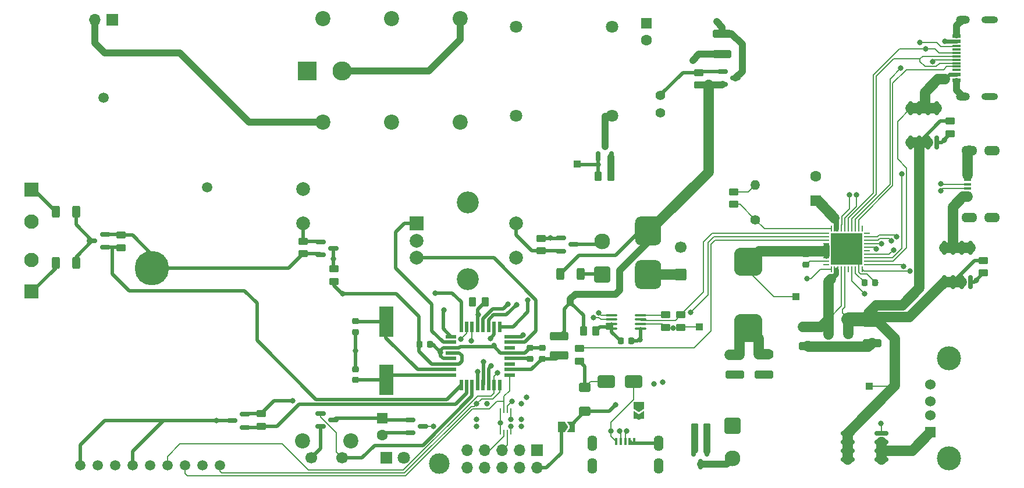
<source format=gbr>
%TF.GenerationSoftware,KiCad,Pcbnew,7.0.7-7.0.7~ubuntu22.04.1*%
%TF.CreationDate,2023-08-16T12:18:27+03:00*%
%TF.ProjectId,xray-v2,78726179-2d76-4322-9e6b-696361645f70,rev?*%
%TF.SameCoordinates,Original*%
%TF.FileFunction,Copper,L1,Top*%
%TF.FilePolarity,Positive*%
%FSLAX46Y46*%
G04 Gerber Fmt 4.6, Leading zero omitted, Abs format (unit mm)*
G04 Created by KiCad (PCBNEW 7.0.7-7.0.7~ubuntu22.04.1) date 2023-08-16 12:18:27*
%MOMM*%
%LPD*%
G01*
G04 APERTURE LIST*
G04 Aperture macros list*
%AMRoundRect*
0 Rectangle with rounded corners*
0 $1 Rounding radius*
0 $2 $3 $4 $5 $6 $7 $8 $9 X,Y pos of 4 corners*
0 Add a 4 corners polygon primitive as box body*
4,1,4,$2,$3,$4,$5,$6,$7,$8,$9,$2,$3,0*
0 Add four circle primitives for the rounded corners*
1,1,$1+$1,$2,$3*
1,1,$1+$1,$4,$5*
1,1,$1+$1,$6,$7*
1,1,$1+$1,$8,$9*
0 Add four rect primitives between the rounded corners*
20,1,$1+$1,$2,$3,$4,$5,0*
20,1,$1+$1,$4,$5,$6,$7,0*
20,1,$1+$1,$6,$7,$8,$9,0*
20,1,$1+$1,$8,$9,$2,$3,0*%
%AMFreePoly0*
4,1,6,1.000000,0.000000,0.500000,-0.750000,-0.500000,-0.750000,-0.500000,0.750000,0.500000,0.750000,1.000000,0.000000,1.000000,0.000000,$1*%
%AMFreePoly1*
4,1,6,0.500000,-0.750000,-0.650000,-0.750000,-0.150000,0.000000,-0.650000,0.750000,0.500000,0.750000,0.500000,-0.750000,0.500000,-0.750000,$1*%
G04 Aperture macros list end*
%TA.AperFunction,SMDPad,CuDef*%
%ADD10RoundRect,0.250000X0.600000X-0.400000X0.600000X0.400000X-0.600000X0.400000X-0.600000X-0.400000X0*%
%TD*%
%TA.AperFunction,SMDPad,CuDef*%
%ADD11RoundRect,0.250000X-1.000000X-0.650000X1.000000X-0.650000X1.000000X0.650000X-1.000000X0.650000X0*%
%TD*%
%TA.AperFunction,SMDPad,CuDef*%
%ADD12RoundRect,0.150000X-0.587500X-0.150000X0.587500X-0.150000X0.587500X0.150000X-0.587500X0.150000X0*%
%TD*%
%TA.AperFunction,SMDPad,CuDef*%
%ADD13RoundRect,0.250000X0.450000X-0.262500X0.450000X0.262500X-0.450000X0.262500X-0.450000X-0.262500X0*%
%TD*%
%TA.AperFunction,SMDPad,CuDef*%
%ADD14RoundRect,0.952500X-0.952500X1.167500X-0.952500X-1.167500X0.952500X-1.167500X0.952500X1.167500X0*%
%TD*%
%TA.AperFunction,SMDPad,CuDef*%
%ADD15RoundRect,0.225000X0.225000X0.250000X-0.225000X0.250000X-0.225000X-0.250000X0.225000X-0.250000X0*%
%TD*%
%TA.AperFunction,SMDPad,CuDef*%
%ADD16RoundRect,0.150000X-0.150000X0.587500X-0.150000X-0.587500X0.150000X-0.587500X0.150000X0.587500X0*%
%TD*%
%TA.AperFunction,SMDPad,CuDef*%
%ADD17RoundRect,0.225000X-0.250000X0.225000X-0.250000X-0.225000X0.250000X-0.225000X0.250000X0.225000X0*%
%TD*%
%TA.AperFunction,ComponentPad*%
%ADD18R,2.000000X2.000000*%
%TD*%
%TA.AperFunction,ComponentPad*%
%ADD19C,2.000000*%
%TD*%
%TA.AperFunction,ComponentPad*%
%ADD20C,3.200000*%
%TD*%
%TA.AperFunction,SMDPad,CuDef*%
%ADD21RoundRect,0.150000X0.587500X0.150000X-0.587500X0.150000X-0.587500X-0.150000X0.587500X-0.150000X0*%
%TD*%
%TA.AperFunction,SMDPad,CuDef*%
%ADD22FreePoly0,0.000000*%
%TD*%
%TA.AperFunction,SMDPad,CuDef*%
%ADD23FreePoly1,0.000000*%
%TD*%
%TA.AperFunction,SMDPad,CuDef*%
%ADD24RoundRect,0.100000X0.712500X0.100000X-0.712500X0.100000X-0.712500X-0.100000X0.712500X-0.100000X0*%
%TD*%
%TA.AperFunction,SMDPad,CuDef*%
%ADD25RoundRect,0.250000X-0.450000X0.262500X-0.450000X-0.262500X0.450000X-0.262500X0.450000X0.262500X0*%
%TD*%
%TA.AperFunction,ComponentPad*%
%ADD26R,1.800000X1.800000*%
%TD*%
%TA.AperFunction,ComponentPad*%
%ADD27C,1.800000*%
%TD*%
%TA.AperFunction,SMDPad,CuDef*%
%ADD28RoundRect,0.250000X-1.100000X0.325000X-1.100000X-0.325000X1.100000X-0.325000X1.100000X0.325000X0*%
%TD*%
%TA.AperFunction,SMDPad,CuDef*%
%ADD29RoundRect,1.025000X1.025000X1.025000X-1.025000X1.025000X-1.025000X-1.025000X1.025000X-1.025000X0*%
%TD*%
%TA.AperFunction,ComponentPad*%
%ADD30C,2.200000*%
%TD*%
%TA.AperFunction,ComponentPad*%
%ADD31R,1.524000X1.524000*%
%TD*%
%TA.AperFunction,ComponentPad*%
%ADD32C,1.524000*%
%TD*%
%TA.AperFunction,ComponentPad*%
%ADD33C,3.500000*%
%TD*%
%TA.AperFunction,ComponentPad*%
%ADD34C,3.000000*%
%TD*%
%TA.AperFunction,ComponentPad*%
%ADD35R,1.600000X1.600000*%
%TD*%
%TA.AperFunction,ComponentPad*%
%ADD36C,1.600000*%
%TD*%
%TA.AperFunction,SMDPad,CuDef*%
%ADD37R,1.000000X1.000000*%
%TD*%
%TA.AperFunction,SMDPad,CuDef*%
%ADD38RoundRect,0.225000X0.250000X-0.225000X0.250000X0.225000X-0.250000X0.225000X-0.250000X-0.225000X0*%
%TD*%
%TA.AperFunction,SMDPad,CuDef*%
%ADD39RoundRect,0.225000X-0.225000X-0.250000X0.225000X-0.250000X0.225000X0.250000X-0.225000X0.250000X0*%
%TD*%
%TA.AperFunction,ComponentPad*%
%ADD40RoundRect,0.250001X-0.899999X0.899999X-0.899999X-0.899999X0.899999X-0.899999X0.899999X0.899999X0*%
%TD*%
%TA.AperFunction,ComponentPad*%
%ADD41C,2.300000*%
%TD*%
%TA.AperFunction,ComponentPad*%
%ADD42C,1.500000*%
%TD*%
%TA.AperFunction,SMDPad,CuDef*%
%ADD43R,0.450000X1.050000*%
%TD*%
%TA.AperFunction,ComponentPad*%
%ADD44O,1.400000X2.300000*%
%TD*%
%TA.AperFunction,SMDPad,CuDef*%
%ADD45RoundRect,0.250000X1.075000X-0.375000X1.075000X0.375000X-1.075000X0.375000X-1.075000X-0.375000X0*%
%TD*%
%TA.AperFunction,SMDPad,CuDef*%
%ADD46RoundRect,0.150000X0.150000X-0.587500X0.150000X0.587500X-0.150000X0.587500X-0.150000X-0.587500X0*%
%TD*%
%TA.AperFunction,ComponentPad*%
%ADD47C,1.400000*%
%TD*%
%TA.AperFunction,ComponentPad*%
%ADD48RoundRect,0.250001X0.799999X-0.799999X0.799999X0.799999X-0.799999X0.799999X-0.799999X-0.799999X0*%
%TD*%
%TA.AperFunction,ComponentPad*%
%ADD49C,2.100000*%
%TD*%
%TA.AperFunction,ComponentPad*%
%ADD50C,1.700000*%
%TD*%
%TA.AperFunction,SMDPad,CuDef*%
%ADD51FreePoly0,270.000000*%
%TD*%
%TA.AperFunction,SMDPad,CuDef*%
%ADD52FreePoly1,270.000000*%
%TD*%
%TA.AperFunction,ComponentPad*%
%ADD53RoundRect,0.250000X0.600000X-0.600000X0.600000X0.600000X-0.600000X0.600000X-0.600000X-0.600000X0*%
%TD*%
%TA.AperFunction,ComponentPad*%
%ADD54R,1.700000X1.700000*%
%TD*%
%TA.AperFunction,ComponentPad*%
%ADD55O,1.700000X1.700000*%
%TD*%
%TA.AperFunction,SMDPad,CuDef*%
%ADD56RoundRect,0.250000X0.312500X0.625000X-0.312500X0.625000X-0.312500X-0.625000X0.312500X-0.625000X0*%
%TD*%
%TA.AperFunction,SMDPad,CuDef*%
%ADD57RoundRect,0.062500X-0.062500X0.350000X-0.062500X-0.350000X0.062500X-0.350000X0.062500X0.350000X0*%
%TD*%
%TA.AperFunction,SMDPad,CuDef*%
%ADD58RoundRect,0.062500X-0.350000X0.062500X-0.350000X-0.062500X0.350000X-0.062500X0.350000X0.062500X0*%
%TD*%
%TA.AperFunction,ComponentPad*%
%ADD59C,0.500000*%
%TD*%
%TA.AperFunction,SMDPad,CuDef*%
%ADD60R,4.600000X4.600000*%
%TD*%
%TA.AperFunction,SMDPad,CuDef*%
%ADD61R,1.160000X0.600000*%
%TD*%
%TA.AperFunction,SMDPad,CuDef*%
%ADD62R,1.160000X0.300000*%
%TD*%
%TA.AperFunction,ComponentPad*%
%ADD63O,2.000000X1.200000*%
%TD*%
%TA.AperFunction,ComponentPad*%
%ADD64O,2.400000X1.000000*%
%TD*%
%TA.AperFunction,SMDPad,CuDef*%
%ADD65RoundRect,0.150000X0.825000X0.150000X-0.825000X0.150000X-0.825000X-0.150000X0.825000X-0.150000X0*%
%TD*%
%TA.AperFunction,SMDPad,CuDef*%
%ADD66R,1.600000X0.550000*%
%TD*%
%TA.AperFunction,SMDPad,CuDef*%
%ADD67R,0.550000X1.600000*%
%TD*%
%TA.AperFunction,SMDPad,CuDef*%
%ADD68R,0.250000X0.750000*%
%TD*%
%TA.AperFunction,SMDPad,CuDef*%
%ADD69R,1.050000X0.450000*%
%TD*%
%TA.AperFunction,ComponentPad*%
%ADD70O,2.300000X1.400000*%
%TD*%
%TA.AperFunction,SMDPad,CuDef*%
%ADD71RoundRect,0.250000X-0.262500X-0.450000X0.262500X-0.450000X0.262500X0.450000X-0.262500X0.450000X0*%
%TD*%
%TA.AperFunction,SMDPad,CuDef*%
%ADD72RoundRect,0.250000X0.262500X0.450000X-0.262500X0.450000X-0.262500X-0.450000X0.262500X-0.450000X0*%
%TD*%
%TA.AperFunction,SMDPad,CuDef*%
%ADD73RoundRect,0.150000X0.150000X-0.825000X0.150000X0.825000X-0.150000X0.825000X-0.150000X-0.825000X0*%
%TD*%
%TA.AperFunction,ComponentPad*%
%ADD74RoundRect,0.250001X0.899999X-0.899999X0.899999X0.899999X-0.899999X0.899999X-0.899999X-0.899999X0*%
%TD*%
%TA.AperFunction,ComponentPad*%
%ADD75RoundRect,0.250001X-0.799999X0.799999X-0.799999X-0.799999X0.799999X-0.799999X0.799999X0.799999X0*%
%TD*%
%TA.AperFunction,SMDPad,CuDef*%
%ADD76R,2.000000X4.500000*%
%TD*%
%TA.AperFunction,ComponentPad*%
%ADD77O,1.400000X1.400000*%
%TD*%
%TA.AperFunction,ComponentPad*%
%ADD78C,5.000000*%
%TD*%
%TA.AperFunction,ComponentPad*%
%ADD79R,2.800000X2.800000*%
%TD*%
%TA.AperFunction,ComponentPad*%
%ADD80O,2.800000X2.800000*%
%TD*%
%TA.AperFunction,ViaPad*%
%ADD81C,0.800000*%
%TD*%
%TA.AperFunction,Conductor*%
%ADD82C,0.200000*%
%TD*%
%TA.AperFunction,Conductor*%
%ADD83C,0.500000*%
%TD*%
%TA.AperFunction,Conductor*%
%ADD84C,1.500000*%
%TD*%
%TA.AperFunction,Conductor*%
%ADD85C,1.000000*%
%TD*%
%TA.AperFunction,Conductor*%
%ADD86C,0.600000*%
%TD*%
%TA.AperFunction,Conductor*%
%ADD87C,0.780000*%
%TD*%
%TA.AperFunction,Conductor*%
%ADD88C,2.000000*%
%TD*%
%TA.AperFunction,Conductor*%
%ADD89C,0.900000*%
%TD*%
G04 APERTURE END LIST*
D10*
%TO.P,D2,1,K*%
%TO.N,CP2102_VREG*%
X183000000Y-124850000D03*
%TO.P,D2,2,A*%
%TO.N,GND*%
X183000000Y-121350000D03*
%TD*%
D11*
%TO.P,D1,1,A1*%
%TO.N,GND*%
X186100000Y-120500000D03*
%TO.P,D1,2,A2*%
%TO.N,FLUSH_VBUS*%
X190100000Y-120500000D03*
%TD*%
D12*
%TO.P,Q6,1,B*%
%TO.N,Net-(Q6-B)*%
X144562500Y-100137500D03*
%TO.P,Q6,2,E*%
%TO.N,GND*%
X144562500Y-102037500D03*
%TO.P,Q6,3,C*%
%TO.N,RADIATION_VALUE*%
X146437500Y-101087500D03*
%TD*%
D13*
%TO.P,R24,1*%
%TO.N,VREG*%
X194800000Y-112612500D03*
%TO.P,R24,2*%
%TO.N,USB_I2C_SDA*%
X194800000Y-110787500D03*
%TD*%
D14*
%TO.P,F1,1*%
%TO.N,VCC*%
X192200000Y-98540000D03*
%TO.P,F1,2*%
%TO.N,Net-(BT1-+)*%
X192200000Y-104950000D03*
%TD*%
D15*
%TO.P,C37,1*%
%TO.N,GND*%
X189775000Y-114600000D03*
%TO.P,C37,2*%
%TO.N,Net-(U8-EN)*%
X188225000Y-114600000D03*
%TD*%
D16*
%TO.P,Q14,1,G*%
%TO.N,VIBRO*%
X200750000Y-130662500D03*
%TO.P,Q14,2,S*%
%TO.N,GND*%
X198850000Y-130662500D03*
%TO.P,Q14,3,D*%
%TO.N,Net-(M1--)*%
X199800000Y-132537500D03*
%TD*%
D17*
%TO.P,C35,1*%
%TO.N,Net-(U4-XTAL1{slash}PB6)*%
X149600000Y-111725000D03*
%TO.P,C35,2*%
%TO.N,GND*%
X149600000Y-113275000D03*
%TD*%
D13*
%TO.P,R31,1*%
%TO.N,TFT_ENABLE#*%
X135900000Y-127012500D03*
%TO.P,R31,2*%
%TO.N,VCC*%
X135900000Y-125187500D03*
%TD*%
D12*
%TO.P,Q13,1,G*%
%TO.N,SPEAKER*%
X179500000Y-99600000D03*
%TO.P,Q13,2,S*%
%TO.N,GND*%
X179500000Y-101500000D03*
%TO.P,Q13,3,D*%
%TO.N,Net-(Q13-D)*%
X181375000Y-100550000D03*
%TD*%
D18*
%TO.P,SW3,A,A*%
%TO.N,ENCODER_A*%
X158500000Y-97500000D03*
D19*
%TO.P,SW3,B,B*%
%TO.N,ENCODER_B*%
X158500000Y-102500000D03*
%TO.P,SW3,C,C*%
%TO.N,GND*%
X158500000Y-100000000D03*
D20*
%TO.P,SW3,MP*%
%TO.N,N/C*%
X166000000Y-94400000D03*
X166000000Y-105600000D03*
D19*
%TO.P,SW3,S1,S1*%
%TO.N,ENCODER_CLICK*%
X173000000Y-102500000D03*
%TO.P,SW3,S2,S2*%
%TO.N,GND*%
X173000000Y-97500000D03*
%TD*%
D21*
%TO.P,Q9,1,G*%
%TO.N,FLASHLIGHT*%
X113187500Y-100950000D03*
%TO.P,Q9,2,S*%
%TO.N,GND*%
X113187500Y-99050000D03*
%TO.P,Q9,3,D*%
%TO.N,Net-(Q9-D)*%
X111312500Y-100000000D03*
%TD*%
D22*
%TO.P,JP2,1,A*%
%TO.N,+5V*%
X179575000Y-127100000D03*
D23*
%TO.P,JP2,2,B*%
%TO.N,CP2102_VREG*%
X181025000Y-127100000D03*
%TD*%
D17*
%TO.P,C26,1*%
%TO.N,USB_VMID*%
X221500000Y-113725000D03*
%TO.P,C26,2*%
%TO.N,GND*%
X221500000Y-115275000D03*
%TD*%
D24*
%TO.P,U8,1,GND*%
%TO.N,GND*%
X191112500Y-112775000D03*
%TO.P,U8,2,VREF1*%
%TO.N,VREG*%
X191112500Y-112125000D03*
%TO.P,U8,3,SCL1*%
%TO.N,USB_I2C_SCL*%
X191112500Y-111475000D03*
%TO.P,U8,4,SDA1*%
%TO.N,USB_I2C_SDA*%
X191112500Y-110825000D03*
%TO.P,U8,5,SDA2*%
%TO.N,MCU_I2C_SDA*%
X186887500Y-110825000D03*
%TO.P,U8,6,SCL2*%
%TO.N,MCU_I2C_SCL*%
X186887500Y-111475000D03*
%TO.P,U8,7,VREF2*%
%TO.N,Net-(U8-EN)*%
X186887500Y-112125000D03*
%TO.P,U8,8,EN*%
X186887500Y-112775000D03*
%TD*%
D25*
%TO.P,R1,1*%
%TO.N,Net-(JP1-B)*%
X199600000Y-75512500D03*
%TO.P,R1,2*%
%TO.N,VCC*%
X199600000Y-77337500D03*
%TD*%
D26*
%TO.P,D8,1,K*%
%TO.N,Net-(D8-K)*%
X154125000Y-131600000D03*
D27*
%TO.P,D8,2,A*%
%TO.N,Net-(D8-A)*%
X156665000Y-131600000D03*
%TD*%
D28*
%TO.P,C3,1*%
%TO.N,Net-(Q1-D)*%
X203000000Y-69850000D03*
%TO.P,C3,2*%
%TO.N,GND*%
X203000000Y-72800000D03*
%TD*%
D29*
%TO.P,L1,1,1*%
%TO.N,VCC*%
X206800000Y-112700000D03*
%TO.P,L1,2,2*%
%TO.N,Net-(U3-LX_1)*%
X206800000Y-103100000D03*
%TD*%
D30*
%TO.P,C12,1*%
%TO.N,Net-(D3-A)*%
X164900000Y-82700000D03*
%TO.P,C12,2*%
%TO.N,Net-(D4-K)*%
X164900000Y-67700000D03*
%TD*%
D27*
%TO.P,T1,1,AA*%
%TO.N,Net-(T1-AA)*%
X187000000Y-68825000D03*
%TO.P,T1,2,AB*%
%TO.N,Net-(Q5-D)*%
X187000000Y-81825000D03*
%TO.P,T1,3,SA*%
%TO.N,GND*%
X173000000Y-81825000D03*
%TO.P,T1,4,SB*%
%TO.N,Net-(D3-A)*%
X173000000Y-68825000D03*
%TD*%
D13*
%TO.P,R33,1*%
%TO.N,GND*%
X176607500Y-101462500D03*
%TO.P,R33,2*%
%TO.N,SPEAKER*%
X176607500Y-99637500D03*
%TD*%
D25*
%TO.P,R28,1*%
%TO.N,GND*%
X115500000Y-99175000D03*
%TO.P,R28,2*%
%TO.N,FLASHLIGHT*%
X115500000Y-101000000D03*
%TD*%
D13*
%TO.P,R23,1*%
%TO.N,VREG*%
X197000000Y-112612500D03*
%TO.P,R23,2*%
%TO.N,USB_I2C_SCL*%
X197000000Y-110787500D03*
%TD*%
D31*
%TO.P,J3,1,VBUS*%
%TO.N,USB_OUT_VBUS*%
X233272500Y-127900000D03*
D32*
%TO.P,J3,2,D-*%
%TO.N,USB_OUT_D-*%
X233272500Y-125400000D03*
%TO.P,J3,3,D+*%
%TO.N,USB_OUT_D+*%
X233272500Y-123400000D03*
%TO.P,J3,4,GND*%
%TO.N,GND*%
X233272500Y-120900000D03*
D33*
%TO.P,J3,5,Shield*%
X235982500Y-131650000D03*
X235982500Y-117150000D03*
%TD*%
D34*
%TO.P,TP1,1,1*%
%TO.N,GND*%
X161800000Y-132400000D03*
%TD*%
D28*
%TO.P,C16,1*%
%TO.N,USB_VSYS*%
X215500000Y-112425000D03*
%TO.P,C16,2*%
%TO.N,GND*%
X215500000Y-115375000D03*
%TD*%
D35*
%TO.P,C42,1*%
%TO.N,Net-(Q10-G)*%
X153500000Y-125794888D03*
D36*
%TO.P,C42,2*%
%TO.N,GND*%
X153500000Y-128294888D03*
%TD*%
D37*
%TO.P,TP2,1,1*%
%TO.N,UV_PWM*%
X181900000Y-88800000D03*
%TD*%
D38*
%TO.P,C31,1*%
%TO.N,Net-(U4-AREF)*%
X175000000Y-117175000D03*
%TO.P,C31,2*%
%TO.N,GND*%
X175000000Y-115625000D03*
%TD*%
D39*
%TO.P,C30,1*%
%TO.N,VCC*%
X223725000Y-106100000D03*
%TO.P,C30,2*%
%TO.N,GND*%
X225275000Y-106100000D03*
%TD*%
D37*
%TO.P,TP5,1,1*%
%TO.N,USB_VMID*%
X224400000Y-121200000D03*
%TD*%
D13*
%TO.P,R3,1*%
%TO.N,USB_IN_VBUS_G*%
X236200000Y-84412500D03*
%TO.P,R3,2*%
%TO.N,USB_VMID*%
X236200000Y-82587500D03*
%TD*%
%TO.P,R2,1*%
%TO.N,USB_M_IN_VBUS_G*%
X241025000Y-104692500D03*
%TO.P,R2,2*%
%TO.N,USB_VMID*%
X241025000Y-102867500D03*
%TD*%
D17*
%TO.P,C24,1*%
%TO.N,USB_VSYS*%
X218500000Y-113725000D03*
%TO.P,C24,2*%
%TO.N,GND*%
X218500000Y-115275000D03*
%TD*%
D12*
%TO.P,Q1,1,G*%
%TO.N,Net-(JP1-B)*%
X203062500Y-75375000D03*
%TO.P,Q1,2,S*%
%TO.N,VCC*%
X203062500Y-77275000D03*
%TO.P,Q1,3,D*%
%TO.N,Net-(Q1-D)*%
X204937500Y-76325000D03*
%TD*%
D13*
%TO.P,R19,1*%
%TO.N,GND*%
X142000000Y-101912500D03*
%TO.P,R19,2*%
%TO.N,Net-(Q6-B)*%
X142000000Y-100087500D03*
%TD*%
D21*
%TO.P,Q11,1,G*%
%TO.N,TFT_ENABLE#*%
X133537500Y-127150000D03*
%TO.P,Q11,2,S*%
%TO.N,VCC*%
X133537500Y-125250000D03*
%TO.P,Q11,3,D*%
%TO.N,Net-(Q11-D)*%
X131662500Y-126200000D03*
%TD*%
D40*
%TO.P,M1,1,+*%
%TO.N,VCC*%
X204500000Y-126900000D03*
D41*
%TO.P,M1,2,-*%
%TO.N,Net-(M1--)*%
X204500000Y-131700000D03*
%TD*%
D35*
%TO.P,C11,1*%
%TO.N,USB_VSYS*%
X216600000Y-94152651D03*
D36*
%TO.P,C11,2*%
%TO.N,GND*%
X216600000Y-90652651D03*
%TD*%
D42*
%TO.P,U9,1,VCC*%
%TO.N,Net-(Q11-D)*%
X109600000Y-132700000D03*
%TO.P,U9,2,GND*%
%TO.N,GND*%
X112140000Y-132700000D03*
%TO.P,U9,3,CS*%
X114680000Y-132700000D03*
%TO.P,U9,4,RESET#*%
%TO.N,Net-(Q11-D)*%
X117220000Y-132700000D03*
%TO.P,U9,5,DC*%
%TO.N,TFT_DC*%
X119760000Y-132700000D03*
%TO.P,U9,6,MOSI*%
%TO.N,MOSI*%
X122300000Y-132700000D03*
%TO.P,U9,7,SCK*%
%TO.N,SCK*%
X124840000Y-132700000D03*
%TO.P,U9,8,LED*%
%TO.N,Net-(Q11-D)*%
X127380000Y-132700000D03*
%TO.P,U9,9,MISO*%
%TO.N,MISO*%
X129920000Y-132700000D03*
%TD*%
D43*
%TO.P,J1,1,VBUS*%
%TO.N,FLUSH_VBUS*%
X187600497Y-129220000D03*
%TO.P,J1,2,D-*%
%TO.N,FLUSH_D-*%
X188250497Y-129220000D03*
%TO.P,J1,3,D+*%
%TO.N,FLUSH_D+*%
X188900497Y-129220000D03*
%TO.P,J1,4,ID*%
%TO.N,GND*%
X189550497Y-129220000D03*
%TO.P,J1,5,GND*%
X190200497Y-129220000D03*
D44*
%TO.P,J1,6,Shield*%
X184050497Y-129445000D03*
X184050497Y-132745000D03*
X193750497Y-129445000D03*
X193750497Y-132745000D03*
%TD*%
D25*
%TO.P,R20,1*%
%TO.N,RADIATION_VALUE*%
X146500000Y-104087500D03*
%TO.P,R20,2*%
%TO.N,VCC*%
X146500000Y-105912500D03*
%TD*%
D45*
%TO.P,L2,1,1*%
%TO.N,Net-(U4-AVCC)*%
X179300000Y-116700000D03*
%TO.P,L2,2,2*%
%TO.N,VCC*%
X179300000Y-113900000D03*
%TD*%
D12*
%TO.P,Q10,1,G*%
%TO.N,Net-(Q10-G)*%
X157562500Y-126050000D03*
%TO.P,Q10,2,S*%
%TO.N,GND*%
X157562500Y-127950000D03*
%TO.P,Q10,3,D*%
%TO.N,RESET*%
X159437500Y-127000000D03*
%TD*%
D39*
%TO.P,C32,1*%
%TO.N,VCC*%
X158925000Y-115100000D03*
%TO.P,C32,2*%
%TO.N,GND*%
X160475000Y-115100000D03*
%TD*%
D30*
%TO.P,C14,1*%
%TO.N,Net-(D3-K)*%
X154900000Y-67700000D03*
%TO.P,C14,2*%
%TO.N,GND*%
X154900000Y-82700000D03*
%TD*%
D37*
%TO.P,TP4,1,1*%
%TO.N,VREG*%
X199700000Y-112500000D03*
%TD*%
D46*
%TO.P,Q5,1,G*%
%TO.N,UV_PWM*%
X184962500Y-87737500D03*
%TO.P,Q5,2,S*%
%TO.N,GND*%
X186862500Y-87737500D03*
%TO.P,Q5,3,D*%
%TO.N,Net-(Q5-D)*%
X185912500Y-85862500D03*
%TD*%
D47*
%TO.P,JP1,1,A*%
%TO.N,UV_ENABLE#*%
X194000000Y-81350000D03*
%TO.P,JP1,2,B*%
%TO.N,Net-(JP1-B)*%
X194000000Y-78810000D03*
%TD*%
D48*
%TO.P,D7,1,K*%
%TO.N,Net-(D7-K)*%
X102500000Y-107400000D03*
D49*
%TO.P,D7,2,A*%
%TO.N,VCC*%
X102500000Y-102800000D03*
%TD*%
D30*
%TO.P,SW2,*%
%TO.N,*%
X148950000Y-129100000D03*
X141950000Y-129100000D03*
D50*
%TO.P,SW2,1*%
%TO.N,WAKEUP_BUTTON*%
X147700000Y-131600000D03*
%TO.P,SW2,2*%
%TO.N,GND*%
X143200000Y-131600000D03*
%TD*%
D38*
%TO.P,C36,1*%
%TO.N,Net-(U4-XTAL2{slash}PB7)*%
X149600000Y-120275000D03*
%TO.P,C36,2*%
%TO.N,GND*%
X149600000Y-118725000D03*
%TD*%
D51*
%TO.P,JP3,1,A*%
%TO.N,Net-(JP3-A)*%
X190900000Y-123975000D03*
D52*
%TO.P,JP3,2,B*%
%TO.N,RESET*%
X190900000Y-125425000D03*
%TD*%
D53*
%TO.P,BT1,1,+*%
%TO.N,Net-(BT1-+)*%
X197000000Y-104900000D03*
D50*
%TO.P,BT1,2,-*%
%TO.N,GND*%
X197000000Y-100900000D03*
%TD*%
D13*
%TO.P,R8,1*%
%TO.N,Net-(U3-NTC)*%
X204700000Y-94712500D03*
%TO.P,R8,2*%
%TO.N,GND*%
X204700000Y-92887500D03*
%TD*%
D30*
%TO.P,C17,1*%
%TO.N,GND*%
X144900000Y-82700000D03*
%TO.P,C17,2*%
%TO.N,Net-(D5-K)*%
X144900000Y-67700000D03*
%TD*%
D28*
%TO.P,C20,1*%
%TO.N,VCC*%
X209050000Y-116525000D03*
%TO.P,C20,2*%
%TO.N,GND*%
X209050000Y-119475000D03*
%TD*%
D54*
%TO.P,J5,1,Pin_1*%
%TO.N,Net-(J5-Pin_1)*%
X176075000Y-130525000D03*
D55*
%TO.P,J5,2,Pin_2*%
%TO.N,+5V*%
X176075000Y-133065000D03*
%TO.P,J5,3,Pin_3*%
%TO.N,unconnected-(J5-Pin_3-Pad3)*%
X173535000Y-130525000D03*
%TO.P,J5,4,Pin_4*%
%TO.N,RXD_V*%
X173535000Y-133065000D03*
%TO.P,J5,5,Pin_5*%
%TO.N,Net-(J5-Pin_5)*%
X170995000Y-130525000D03*
%TO.P,J5,6,Pin_6*%
%TO.N,TXD_V*%
X170995000Y-133065000D03*
%TO.P,J5,7,Pin_7*%
%TO.N,Net-(J5-Pin_7)*%
X168455000Y-130525000D03*
%TO.P,J5,8,Pin_8*%
%TO.N,GND*%
X168455000Y-133065000D03*
%TO.P,J5,9,Pin_9*%
%TO.N,Net-(J5-Pin_9)*%
X165915000Y-130525000D03*
%TO.P,J5,10,Pin_10*%
%TO.N,GND*%
X165915000Y-133065000D03*
%TD*%
D56*
%TO.P,R16,1*%
%TO.N,USB_VMID*%
X221362500Y-111400000D03*
%TO.P,R16,2*%
%TO.N,USB_VSYS*%
X218437500Y-111400000D03*
%TD*%
%TO.P,R30,1*%
%TO.N,Net-(Q9-D)*%
X108962500Y-103250000D03*
%TO.P,R30,2*%
%TO.N,Net-(D7-K)*%
X106037500Y-103250000D03*
%TD*%
D38*
%TO.P,C19,1*%
%TO.N,Net-(U3-BST)*%
X215200000Y-103475000D03*
%TO.P,C19,2*%
%TO.N,Net-(U3-LX_1)*%
X215200000Y-101925000D03*
%TD*%
D57*
%TO.P,U3,1,DPA2*%
%TO.N,unconnected-(U3-DPA2-Pad1)*%
X223350000Y-98262500D03*
%TO.P,U3,2,CC1*%
%TO.N,USB_IN_CC1*%
X222850000Y-98262500D03*
%TO.P,U3,3,CC2*%
%TO.N,USB_IN_CC2*%
X222350000Y-98262500D03*
%TO.P,U3,4,DMC*%
%TO.N,USB_IN_D-*%
X221850000Y-98262500D03*
%TO.P,U3,5,DPC*%
%TO.N,USB_IN_D+*%
X221350000Y-98262500D03*
%TO.P,U3,6,DMB*%
%TO.N,USB_M_IN_D-*%
X220850000Y-98262500D03*
%TO.P,U3,7,DPB*%
%TO.N,USB_M_IN_D+*%
X220350000Y-98262500D03*
%TO.P,U3,8,VSYS_1*%
%TO.N,USB_VSYS*%
X219850000Y-98262500D03*
%TO.P,U3,9,VSYS_2*%
X219350000Y-98262500D03*
%TO.P,U3,10,NTC*%
%TO.N,Net-(U3-NTC)*%
X218850000Y-98262500D03*
D58*
%TO.P,U3,11,L1*%
%TO.N,USB_I2C_SCL*%
X218162500Y-98950000D03*
%TO.P,U3,12,L2*%
%TO.N,USB_I2C_SDA*%
X218162500Y-99450000D03*
%TO.P,U3,13,L3*%
%TO.N,USB_INT*%
X218162500Y-99950000D03*
%TO.P,U3,14,LX_1*%
%TO.N,Net-(U3-LX_1)*%
X218162500Y-100450000D03*
%TO.P,U3,15,LX_2*%
X218162500Y-100950000D03*
%TO.P,U3,16,LX_3*%
X218162500Y-101450000D03*
%TO.P,U3,17,LX_4*%
X218162500Y-101950000D03*
%TO.P,U3,18,LX_5*%
X218162500Y-102450000D03*
%TO.P,U3,19,BST*%
%TO.N,Net-(U3-BST)*%
X218162500Y-102950000D03*
%TO.P,U3,20,LIGHT*%
%TO.N,unconnected-(U3-LIGHT-Pad20)*%
X218162500Y-103450000D03*
D57*
%TO.P,U3,21,RSET*%
%TO.N,Net-(U3-RSET)*%
X218850000Y-104137500D03*
%TO.P,U3,22,VSYS_3*%
%TO.N,USB_VSYS*%
X219350000Y-104137500D03*
%TO.P,U3,23,VSYS_4*%
X219850000Y-104137500D03*
%TO.P,U3,24,VSP*%
X220350000Y-104137500D03*
%TO.P,U3,25,VSN*%
%TO.N,USB_VMID*%
X220850000Y-104137500D03*
%TO.P,U3,26,KEY*%
%TO.N,unconnected-(U3-KEY-Pad26)*%
X221350000Y-104137500D03*
%TO.P,U3,27,VREG*%
%TO.N,VREG*%
X221850000Y-104137500D03*
%TO.P,U3,28,BAT*%
%TO.N,VCC*%
X222350000Y-104137500D03*
%TO.P,U3,29,AGND*%
%TO.N,GND*%
X222850000Y-104137500D03*
%TO.P,U3,30,VIN*%
%TO.N,USB_M_IN_VBUS*%
X223350000Y-104137500D03*
D58*
%TO.P,U3,31,VING*%
%TO.N,USB_M_IN_VBUS_G*%
X224037500Y-103450000D03*
%TO.P,U3,32,VBUS*%
%TO.N,USB_IN_VBUS*%
X224037500Y-102950000D03*
%TO.P,U3,33,VBUSG*%
%TO.N,USB_IN_VBUS_G*%
X224037500Y-102450000D03*
%TO.P,U3,34,VOUT2*%
%TO.N,USB_OUT_VOUT2*%
X224037500Y-101950000D03*
%TO.P,U3,35,VOUT2G*%
%TO.N,unconnected-(U3-VOUT2G-Pad35)*%
X224037500Y-101450000D03*
%TO.P,U3,36,VOUT1G*%
%TO.N,USB_OUT_VBUS_G*%
X224037500Y-100950000D03*
%TO.P,U3,37,VOUT1*%
%TO.N,USB_OUT_VBUS*%
X224037500Y-100450000D03*
%TO.P,U3,38,DMA1*%
%TO.N,USB_OUT_D-*%
X224037500Y-99950000D03*
%TO.P,U3,39,DPA1*%
%TO.N,USB_OUT_D+*%
X224037500Y-99450000D03*
%TO.P,U3,40,DMA2*%
%TO.N,unconnected-(U3-DMA2-Pad40)*%
X224037500Y-98950000D03*
D59*
%TO.P,U3,41,EP*%
%TO.N,GND*%
X223150000Y-99150000D03*
X222125000Y-99150000D03*
X221100000Y-99150000D03*
X220075000Y-99150000D03*
X219050000Y-99150000D03*
X223150000Y-100175000D03*
X222125000Y-100175000D03*
X221100000Y-100175000D03*
X220075000Y-100175000D03*
X219050000Y-100175000D03*
X223150000Y-101200000D03*
X222125000Y-101200000D03*
X221100000Y-101200000D03*
D60*
X221100000Y-101200000D03*
D59*
X220075000Y-101200000D03*
X219050000Y-101200000D03*
X223150000Y-102225000D03*
X222125000Y-102225000D03*
X221100000Y-102225000D03*
X220075000Y-102225000D03*
X219050000Y-102225000D03*
X223150000Y-103250000D03*
X222125000Y-103250000D03*
X221100000Y-103250000D03*
X220075000Y-103250000D03*
X219050000Y-103250000D03*
%TD*%
D61*
%TO.P,J4,A1,GND*%
%TO.N,GND*%
X237110000Y-76600000D03*
%TO.P,J4,A4,VBUS*%
%TO.N,USB_IN_VBUS*%
X237110000Y-75800000D03*
D62*
%TO.P,J4,A5,CC1*%
%TO.N,USB_IN_CC1*%
X237110000Y-74650000D03*
%TO.P,J4,A6,D+*%
%TO.N,USB_IN_D+*%
X237110000Y-73650000D03*
%TO.P,J4,A7,D-*%
%TO.N,USB_IN_D-*%
X237110000Y-73150000D03*
%TO.P,J4,A8,SBU1*%
%TO.N,unconnected-(J4-SBU1-PadA8)*%
X237110000Y-72150000D03*
D61*
%TO.P,J4,A9,VBUS*%
%TO.N,USB_IN_VBUS*%
X237110000Y-71000000D03*
%TO.P,J4,A12,GND*%
%TO.N,GND*%
X237110000Y-70200000D03*
%TO.P,J4,B1,GND*%
X237110000Y-70200000D03*
%TO.P,J4,B4,VBUS*%
%TO.N,USB_IN_VBUS*%
X237110000Y-71000000D03*
D62*
%TO.P,J4,B5,CC2*%
%TO.N,USB_IN_CC2*%
X237110000Y-71650000D03*
%TO.P,J4,B6,D+*%
%TO.N,USB_IN_D+*%
X237110000Y-72650000D03*
%TO.P,J4,B7,D-*%
%TO.N,USB_IN_D-*%
X237110000Y-74150000D03*
%TO.P,J4,B8,SBU2*%
%TO.N,unconnected-(J4-SBU2-PadB8)*%
X237110000Y-75150000D03*
D61*
%TO.P,J4,B9,VBUS*%
%TO.N,USB_IN_VBUS*%
X237110000Y-75800000D03*
%TO.P,J4,B12,GND*%
%TO.N,GND*%
X237110000Y-76600000D03*
D63*
%TO.P,J4,S1,SHIELD*%
X237995000Y-79000000D03*
D64*
X241920000Y-79000000D03*
D63*
X237995000Y-67800000D03*
D64*
X241920000Y-67800000D03*
%TD*%
D65*
%TO.P,Q2,1,S*%
%TO.N,USB_OUT_VBUS*%
X226175000Y-131805000D03*
%TO.P,Q2,2,S*%
X226175000Y-130535000D03*
%TO.P,Q2,3,S*%
X226175000Y-129265000D03*
%TO.P,Q2,4,G*%
%TO.N,USB_OUT_VBUS_G*%
X226175000Y-127995000D03*
%TO.P,Q2,5,D*%
%TO.N,USB_VMID*%
X221225000Y-127995000D03*
%TO.P,Q2,6,D*%
X221225000Y-129265000D03*
%TO.P,Q2,7,D*%
X221225000Y-130535000D03*
%TO.P,Q2,8,D*%
X221225000Y-131805000D03*
%TD*%
D35*
%TO.P,C6,1*%
%TO.N,Net-(T1-AA)*%
X192000000Y-68325000D03*
D36*
%TO.P,C6,2*%
%TO.N,GND*%
X192000000Y-70825000D03*
%TD*%
D56*
%TO.P,R32,1*%
%TO.N,Net-(LS1-Pad1)*%
X182362500Y-104800000D03*
%TO.P,R32,2*%
%TO.N,VCC*%
X179437500Y-104800000D03*
%TD*%
D12*
%TO.P,Q8,1,G*%
%TO.N,WAKEUP_BUTTON*%
X144562500Y-125150000D03*
%TO.P,Q8,2,S*%
%TO.N,GND*%
X144562500Y-127050000D03*
%TO.P,Q8,3,D*%
%TO.N,Net-(Q10-G)*%
X146437500Y-126100000D03*
%TD*%
D66*
%TO.P,U4,1,PD3*%
%TO.N,SPEAKER*%
X163550000Y-113950000D03*
%TO.P,U4,2,PD4*%
%TO.N,ENCODER_A*%
X163550000Y-114750000D03*
%TO.P,U4,3,GND*%
%TO.N,GND*%
X163550000Y-115550000D03*
%TO.P,U4,4,VCC*%
%TO.N,VCC*%
X163550000Y-116350000D03*
%TO.P,U4,5,GND*%
%TO.N,GND*%
X163550000Y-117150000D03*
%TO.P,U4,6,VCC*%
%TO.N,VCC*%
X163550000Y-117950000D03*
%TO.P,U4,7,XTAL1/PB6*%
%TO.N,Net-(U4-XTAL1{slash}PB6)*%
X163550000Y-118750000D03*
%TO.P,U4,8,XTAL2/PB7*%
%TO.N,Net-(U4-XTAL2{slash}PB7)*%
X163550000Y-119550000D03*
D67*
%TO.P,U4,9,PD5*%
%TO.N,FLASHLIGHT*%
X165000000Y-121000000D03*
%TO.P,U4,10,PD6*%
%TO.N,TFT_ENABLE#*%
X165800000Y-121000000D03*
%TO.P,U4,11,PD7*%
%TO.N,WAKEUP_BUTTON*%
X166600000Y-121000000D03*
%TO.P,U4,12,PB0*%
%TO.N,ENCODER_CLICK*%
X167400000Y-121000000D03*
%TO.P,U4,13,PB1*%
%TO.N,USB_INT*%
X168200000Y-121000000D03*
%TO.P,U4,14,PB2*%
%TO.N,UV_PWM*%
X169000000Y-121000000D03*
%TO.P,U4,15,PB3*%
%TO.N,MOSI*%
X169800000Y-121000000D03*
%TO.P,U4,16,PB4*%
%TO.N,MISO*%
X170600000Y-121000000D03*
D66*
%TO.P,U4,17,PB5*%
%TO.N,SCK*%
X172050000Y-119550000D03*
%TO.P,U4,18,AVCC*%
%TO.N,Net-(U4-AVCC)*%
X172050000Y-118750000D03*
%TO.P,U4,19,ADC6*%
%TO.N,unconnected-(U4-ADC6-Pad19)*%
X172050000Y-117950000D03*
%TO.P,U4,20,AREF*%
%TO.N,Net-(U4-AREF)*%
X172050000Y-117150000D03*
%TO.P,U4,21,GND*%
%TO.N,GND*%
X172050000Y-116350000D03*
%TO.P,U4,22,ADC7*%
%TO.N,unconnected-(U4-ADC7-Pad22)*%
X172050000Y-115550000D03*
%TO.P,U4,23,PC0*%
%TO.N,ENCODER_B*%
X172050000Y-114750000D03*
%TO.P,U4,24,PC1*%
%TO.N,VIBRO*%
X172050000Y-113950000D03*
D67*
%TO.P,U4,25,PC2*%
%TO.N,UV_ENABLE#*%
X170600000Y-112500000D03*
%TO.P,U4,26,PC3*%
%TO.N,TFT_DC*%
X169800000Y-112500000D03*
%TO.P,U4,27,PC4*%
%TO.N,MCU_I2C_SDA*%
X169000000Y-112500000D03*
%TO.P,U4,28,PC5*%
%TO.N,MCU_I2C_SCL*%
X168200000Y-112500000D03*
%TO.P,U4,29,~{RESET}/PC6*%
%TO.N,RESET*%
X167400000Y-112500000D03*
%TO.P,U4,30,PD0*%
%TO.N,RXD*%
X166600000Y-112500000D03*
%TO.P,U4,31,PD1*%
%TO.N,TXD*%
X165800000Y-112500000D03*
%TO.P,U4,32,PD2*%
%TO.N,RADIATION_VALUE*%
X165000000Y-112500000D03*
%TD*%
D68*
%TO.P,U6,1,VCCA*%
%TO.N,VCC*%
X172250000Y-124750000D03*
%TO.P,U6,2,A1*%
%TO.N,RESET*%
X171750000Y-124750000D03*
%TO.P,U6,3,A2*%
%TO.N,SCK*%
X171250000Y-124750000D03*
%TO.P,U6,4,GND*%
%TO.N,GND*%
X170750000Y-124750000D03*
%TO.P,U6,5,DIR*%
X170750000Y-127850000D03*
%TO.P,U6,6,B2*%
%TO.N,Net-(J5-Pin_7)*%
X171250000Y-127850000D03*
%TO.P,U6,7,B1*%
%TO.N,Net-(J5-Pin_5)*%
X171750000Y-127850000D03*
%TO.P,U6,8,VCCB*%
%TO.N,+5V*%
X172250000Y-127850000D03*
%TD*%
D69*
%TO.P,J2,1,VBUS*%
%TO.N,USB_M_IN_VBUS*%
X238740000Y-93075000D03*
%TO.P,J2,2,D-*%
%TO.N,USB_M_IN_D-*%
X238740000Y-92425000D03*
%TO.P,J2,3,D+*%
%TO.N,USB_M_IN_D+*%
X238740000Y-91775000D03*
%TO.P,J2,4,ID*%
%TO.N,GND*%
X238740000Y-91125000D03*
%TO.P,J2,5,GND*%
X238740000Y-90475000D03*
D70*
%TO.P,J2,6,Shield*%
X238965000Y-96625000D03*
X242265000Y-96625000D03*
X238965000Y-86925000D03*
X242265000Y-86925000D03*
%TD*%
D71*
%TO.P,R34,1*%
%TO.N,GND*%
X198987500Y-127270000D03*
%TO.P,R34,2*%
%TO.N,VIBRO*%
X200812500Y-127270000D03*
%TD*%
D72*
%TO.P,R5,1*%
%TO.N,GND*%
X186800000Y-90610000D03*
%TO.P,R5,2*%
%TO.N,UV_PWM*%
X184975000Y-90610000D03*
%TD*%
D71*
%TO.P,R25,1*%
%TO.N,VCC*%
X182787500Y-113100000D03*
%TO.P,R25,2*%
%TO.N,Net-(U8-EN)*%
X184612500Y-113100000D03*
%TD*%
D73*
%TO.P,Q4,1,S*%
%TO.N,USB_VMID*%
X230395000Y-85675000D03*
%TO.P,Q4,2,S*%
X231665000Y-85675000D03*
%TO.P,Q4,3,S*%
X232935000Y-85675000D03*
%TO.P,Q4,4,G*%
%TO.N,USB_IN_VBUS_G*%
X234205000Y-85675000D03*
%TO.P,Q4,5,D*%
%TO.N,USB_IN_VBUS*%
X234205000Y-80725000D03*
%TO.P,Q4,6,D*%
X232935000Y-80725000D03*
%TO.P,Q4,7,D*%
X231665000Y-80725000D03*
%TO.P,Q4,8,D*%
X230395000Y-80725000D03*
%TD*%
D28*
%TO.P,C28,1*%
%TO.N,USB_VMID*%
X224800000Y-111925000D03*
%TO.P,C28,2*%
%TO.N,GND*%
X224800000Y-114875000D03*
%TD*%
D19*
%TO.P,C27,1*%
%TO.N,Net-(V1-C)*%
X142000000Y-92500000D03*
%TO.P,C27,2*%
%TO.N,Net-(Q6-B)*%
X142000000Y-97500000D03*
%TD*%
D28*
%TO.P,C21,1*%
%TO.N,VCC*%
X204800000Y-116525000D03*
%TO.P,C21,2*%
%TO.N,GND*%
X204800000Y-119475000D03*
%TD*%
D38*
%TO.P,C33,1*%
%TO.N,Net-(U4-AVCC)*%
X176800000Y-117175000D03*
%TO.P,C33,2*%
%TO.N,GND*%
X176800000Y-115625000D03*
%TD*%
D74*
%TO.P,LS1,1,1*%
%TO.N,Net-(LS1-Pad1)*%
X185500000Y-104900000D03*
D41*
%TO.P,LS1,2,2*%
%TO.N,Net-(Q13-D)*%
X185500000Y-100100000D03*
%TD*%
D75*
%TO.P,D6,1,K*%
%TO.N,Net-(D6-K)*%
X102500000Y-92600000D03*
D49*
%TO.P,D6,2,A*%
%TO.N,VCC*%
X102500000Y-97200000D03*
%TD*%
D25*
%TO.P,R21,1*%
%TO.N,USB_INT*%
X182200000Y-115687500D03*
%TO.P,R21,2*%
%TO.N,GND*%
X182200000Y-117512500D03*
%TD*%
D56*
%TO.P,R29,1*%
%TO.N,Net-(Q9-D)*%
X108962500Y-95750000D03*
%TO.P,R29,2*%
%TO.N,Net-(D6-K)*%
X106037500Y-95750000D03*
%TD*%
D73*
%TO.P,Q3,1,S*%
%TO.N,USB_VMID*%
X235295000Y-106000000D03*
%TO.P,Q3,2,S*%
X236565000Y-106000000D03*
%TO.P,Q3,3,S*%
X237835000Y-106000000D03*
%TO.P,Q3,4,G*%
%TO.N,USB_M_IN_VBUS_G*%
X239105000Y-106000000D03*
%TO.P,Q3,5,D*%
%TO.N,USB_M_IN_VBUS*%
X239105000Y-101050000D03*
%TO.P,Q3,6,D*%
X237835000Y-101050000D03*
%TO.P,Q3,7,D*%
X236565000Y-101050000D03*
%TO.P,Q3,8,D*%
X235295000Y-101050000D03*
%TD*%
D72*
%TO.P,R22,1*%
%TO.N,RESET*%
X168512500Y-108900000D03*
%TO.P,R22,2*%
%TO.N,VCC*%
X166687500Y-108900000D03*
%TD*%
D76*
%TO.P,Y1,1,1*%
%TO.N,Net-(U4-XTAL2{slash}PB7)*%
X154100000Y-120250000D03*
%TO.P,Y1,2,2*%
%TO.N,Net-(U4-XTAL1{slash}PB6)*%
X154100000Y-111750000D03*
%TD*%
D37*
%TO.P,TP3,1,1*%
%TO.N,Net-(U3-LX_1)*%
X213700000Y-108100000D03*
%TD*%
D54*
%TO.P,SW1,1,1*%
%TO.N,Net-(R10-Pad1)*%
X114200000Y-67875000D03*
D55*
%TO.P,SW1,2,2*%
%TO.N,GND*%
X111660000Y-67875000D03*
%TD*%
D47*
%TO.P,R9,1*%
%TO.N,Net-(U3-NTC)*%
X207800000Y-96940000D03*
D77*
%TO.P,R9,2*%
%TO.N,GND*%
X207800000Y-91860000D03*
%TD*%
D42*
%TO.P,V1,1,A*%
%TO.N,Net-(V1-A)*%
X113000000Y-79200000D03*
%TO.P,V1,2,C*%
%TO.N,Net-(V1-C)*%
X128000000Y-92200000D03*
D78*
%TO.P,V1,3,S*%
%TO.N,GND*%
X120000000Y-104000000D03*
%TD*%
D79*
%TO.P,D5,1,K*%
%TO.N,Net-(D5-K)*%
X142639950Y-75300000D03*
D80*
%TO.P,D5,2,A*%
%TO.N,Net-(D4-K)*%
X147719950Y-75300000D03*
%TD*%
D81*
%TO.N,CP2102_VREG*%
X187500000Y-123900000D03*
%TO.N,GND*%
X205400000Y-119500000D03*
X186812500Y-88800000D03*
X209700000Y-119500000D03*
X208400000Y-119500000D03*
X221500000Y-115400000D03*
X170750000Y-126500000D03*
X198700000Y-73725000D03*
X191000000Y-114400000D03*
X218500000Y-115400000D03*
X215500000Y-115300000D03*
X204100000Y-119500000D03*
X199000000Y-128900000D03*
X224800000Y-114900000D03*
X225300000Y-106100000D03*
X162000000Y-116250000D03*
X149600000Y-116000000D03*
X169750000Y-115250000D03*
X182200000Y-117512500D03*
%TO.N,FLUSH_VBUS*%
X186800000Y-127700000D03*
%TO.N,USB_OUT_VBUS*%
X226200000Y-100400000D03*
%TO.N,USB_M_IN_VBUS*%
X236600000Y-101000000D03*
X230345500Y-104400000D03*
X236500000Y-95325000D03*
%TO.N,USB_IN_VBUS*%
X235390000Y-76400000D03*
X235390000Y-71000000D03*
%TO.N,USB_VSYS*%
X215600000Y-112500000D03*
X216500000Y-112500000D03*
X214700000Y-112500000D03*
%TO.N,VCC*%
X193000000Y-99500000D03*
X167250000Y-126000000D03*
X191400000Y-99500000D03*
X204000000Y-116500000D03*
X205500000Y-116600000D03*
X206800000Y-111600000D03*
X205600000Y-111600000D03*
X166700000Y-108900000D03*
X191300000Y-97500000D03*
X208300000Y-116500000D03*
X147800000Y-107700000D03*
X207900000Y-111600000D03*
X140500000Y-123300000D03*
X193000000Y-97500000D03*
X172250000Y-126000000D03*
X209700000Y-116500000D03*
X173750000Y-126000000D03*
X223725000Y-106100000D03*
%TO.N,USB_OUT_VOUT2*%
X227922535Y-101322535D03*
%TO.N,RESET*%
X167500000Y-110750000D03*
X172400000Y-123399500D03*
X161000000Y-127000000D03*
X190900000Y-125700000D03*
%TO.N,VREG*%
X223700000Y-107700000D03*
X195900000Y-112700000D03*
%TO.N,ENCODER_CLICK*%
X167400000Y-119100000D03*
%TO.N,Net-(Q11-D)*%
X129400000Y-126200000D03*
%TO.N,USB_M_IN_D-*%
X222499488Y-93294596D03*
X234800000Y-92700000D03*
%TO.N,USB_M_IN_D+*%
X221500000Y-93300000D03*
X234800000Y-91700497D03*
%TO.N,USB_OUT_D-*%
X227600000Y-100000000D03*
%TO.N,USB_OUT_D+*%
X228400000Y-99400000D03*
%TO.N,USB_IN_D+*%
X233600000Y-73900000D03*
X232600000Y-72100000D03*
%TO.N,USB_IN_CC2*%
X229000000Y-74900000D03*
X231800000Y-71100000D03*
%TO.N,+5V*%
X172250000Y-127000000D03*
X167250000Y-127000000D03*
X173750000Y-127000000D03*
%TO.N,FLUSH_D-*%
X188100000Y-127700000D03*
%TO.N,FLUSH_D+*%
X189100000Y-127700000D03*
%TO.N,UV_ENABLE#*%
X174723624Y-108675000D03*
%TO.N,Net-(JP3-A)*%
X191000000Y-124000000D03*
%TO.N,USB_OUT_VBUS_G*%
X225400000Y-101200000D03*
X226100000Y-126600000D03*
%TO.N,USB_M_IN_VBUS_G*%
X240000000Y-105800000D03*
X229400000Y-103700500D03*
%TO.N,UV_PWM*%
X169400000Y-118200000D03*
X184912500Y-88900000D03*
%TO.N,USB_IN_VBUS_G*%
X235300000Y-85400000D03*
X229100000Y-90300000D03*
%TO.N,RADIATION_VALUE*%
X146400000Y-102600000D03*
X161200000Y-107600000D03*
%TO.N,SPEAKER*%
X178000000Y-99600000D03*
X162499312Y-110100688D03*
%TO.N,VIBRO*%
X200800000Y-128900000D03*
X174049062Y-113749562D03*
%TO.N,USB_I2C_SDA*%
X194900000Y-110800000D03*
X198394622Y-110394622D03*
%TO.N,USB_INT*%
X168300000Y-117600000D03*
X182200000Y-115700000D03*
%TO.N,MCU_I2C_SDA*%
X185000000Y-110500000D03*
X173100000Y-109300000D03*
%TO.N,MCU_I2C_SCL*%
X184293245Y-111206755D03*
X171800000Y-109200000D03*
%TO.N,MOSI*%
X174500000Y-122750000D03*
X170250000Y-119250000D03*
%TO.N,MISO*%
X167250000Y-123750000D03*
%TO.N,TFT_DC*%
X169247180Y-114227820D03*
%TO.N,RXD*%
X166499500Y-114550500D03*
X173750000Y-123750000D03*
%TO.N,TXD*%
X164949301Y-114302872D03*
X168750000Y-123750000D03*
%TO.N,RXD_V*%
X193100000Y-120800000D03*
%TO.N,TXD_V*%
X194300000Y-120600000D03*
%TO.N,Net-(Q1-D)*%
X202100000Y-68125000D03*
%TO.N,Net-(U3-RSET)*%
X215312500Y-105500000D03*
%TD*%
D82*
%TO.N,GND*%
X186100000Y-120500000D02*
X183850000Y-120500000D01*
X183850000Y-120500000D02*
X183000000Y-121350000D01*
%TO.N,FLUSH_VBUS*%
X186800000Y-127700000D02*
X186800000Y-126400736D01*
X186800000Y-126400736D02*
X190100000Y-123100736D01*
X190100000Y-123100736D02*
X190100000Y-120500000D01*
D83*
%TO.N,GND*%
X183000000Y-121350000D02*
X183000000Y-118312500D01*
X183000000Y-118312500D02*
X182200000Y-117512500D01*
%TO.N,CP2102_VREG*%
X183000000Y-124850000D02*
X186550000Y-124850000D01*
X186550000Y-124850000D02*
X187500000Y-123900000D01*
X181025000Y-127100000D02*
X181025000Y-126825000D01*
X181025000Y-126825000D02*
X183000000Y-124850000D01*
%TO.N,+5V*%
X179575000Y-127100000D02*
X179575000Y-130925000D01*
X179575000Y-130925000D02*
X177435000Y-133065000D01*
X177435000Y-133065000D02*
X176075000Y-133065000D01*
D82*
X179475000Y-127000000D02*
X179575000Y-127100000D01*
D84*
%TO.N,Net-(BT1-+)*%
X197000000Y-104900000D02*
X192250000Y-104900000D01*
D83*
%TO.N,GND*%
X149600000Y-113275000D02*
X149600000Y-116000000D01*
X169600000Y-115400000D02*
X164875000Y-115400000D01*
X144562500Y-130237500D02*
X143200000Y-131600000D01*
X139912500Y-104000000D02*
X120000000Y-104000000D01*
D84*
X215500000Y-115300000D02*
X215425000Y-115300000D01*
D83*
X191112500Y-114187500D02*
X191000000Y-114300000D01*
X117175000Y-99175000D02*
X120000000Y-102000000D01*
D84*
X215425000Y-115300000D02*
X215500000Y-115375000D01*
D83*
X175262500Y-101462500D02*
X173000000Y-99200000D01*
D85*
X186800000Y-90610000D02*
X186800000Y-87800000D01*
D82*
X206772500Y-92887500D02*
X207800000Y-91860000D01*
D85*
X237110000Y-68685000D02*
X237110000Y-70000000D01*
D83*
X169750000Y-115375000D02*
X169750000Y-115250000D01*
D85*
X113100000Y-72700000D02*
X124100000Y-72700000D01*
D83*
X144437500Y-101912500D02*
X144562500Y-102037500D01*
D84*
X238965000Y-86925000D02*
X238740000Y-87150000D01*
D85*
X134100000Y-82700000D02*
X144900000Y-82700000D01*
D84*
X224800000Y-114900000D02*
X224775000Y-114900000D01*
D83*
X162000000Y-116250000D02*
X162000000Y-115925000D01*
X160850000Y-115100000D02*
X162000000Y-116250000D01*
X173000000Y-99200000D02*
X173000000Y-97855000D01*
X191000000Y-114400000D02*
X190900000Y-114400000D01*
D84*
X224775000Y-114900000D02*
X224250000Y-115425000D01*
D83*
X164725000Y-115550000D02*
X163550000Y-115550000D01*
D85*
X237995000Y-67800000D02*
X237110000Y-68685000D01*
D83*
X169750000Y-115250000D02*
X169600000Y-115400000D01*
X160475000Y-115100000D02*
X160850000Y-115100000D01*
D82*
X225300000Y-106125000D02*
X224025000Y-104850000D01*
D83*
X174275000Y-116350000D02*
X175000000Y-115625000D01*
D85*
X111660000Y-71260000D02*
X113100000Y-72700000D01*
X111660000Y-67875000D02*
X111660000Y-71260000D01*
D82*
X222850000Y-104137500D02*
X222850000Y-102950000D01*
D84*
X224250000Y-115425000D02*
X221525000Y-115425000D01*
D82*
X170750000Y-126500000D02*
X170750000Y-128050000D01*
D85*
X237110000Y-78115000D02*
X237110000Y-76800000D01*
D83*
X162000000Y-116775000D02*
X162000000Y-116250000D01*
D84*
X224800000Y-114875000D02*
X224800000Y-114900000D01*
X238740000Y-87150000D02*
X238740000Y-90475000D01*
D83*
X149600000Y-116000000D02*
X149600000Y-118725000D01*
D85*
X199000000Y-128900000D02*
X198987500Y-128912500D01*
D83*
X176800000Y-115625000D02*
X175000000Y-115625000D01*
X193750497Y-129445000D02*
X189800497Y-129445000D01*
X172050000Y-116350000D02*
X174275000Y-116350000D01*
D82*
X204700000Y-92887500D02*
X206772500Y-92887500D01*
D84*
X215550000Y-115425000D02*
X215500000Y-115375000D01*
D83*
X162375000Y-115550000D02*
X163550000Y-115550000D01*
D84*
X218500000Y-115400000D02*
X218475000Y-115425000D01*
D83*
X164875000Y-115400000D02*
X164725000Y-115550000D01*
X162000000Y-115925000D02*
X162375000Y-115550000D01*
X191000000Y-114300000D02*
X191000000Y-114400000D01*
X144562500Y-127050000D02*
X144562500Y-130237500D01*
D85*
X198987500Y-127270000D02*
X198987500Y-128887500D01*
D83*
X142000000Y-101912500D02*
X139912500Y-104000000D01*
D82*
X222850000Y-104562652D02*
X222850000Y-104137500D01*
X170750000Y-124950000D02*
X170750000Y-126500000D01*
D85*
X203000000Y-72800000D02*
X199625000Y-72800000D01*
D83*
X191112500Y-112775000D02*
X191112500Y-114187500D01*
D85*
X199625000Y-72800000D02*
X198700000Y-73725000D01*
D83*
X142000000Y-101912500D02*
X144437500Y-101912500D01*
D85*
X124100000Y-72700000D02*
X134100000Y-82700000D01*
D82*
X223137348Y-104850000D02*
X222850000Y-104562652D01*
D84*
X221525000Y-115425000D02*
X221500000Y-115400000D01*
D82*
X224025000Y-104850000D02*
X223137348Y-104850000D01*
D83*
X190700000Y-114600000D02*
X189775000Y-114600000D01*
D85*
X237995000Y-79000000D02*
X237110000Y-78115000D01*
D83*
X190900000Y-114400000D02*
X190700000Y-114600000D01*
X176607500Y-101462500D02*
X175262500Y-101462500D01*
X176607500Y-101462500D02*
X179462500Y-101462500D01*
X170725000Y-116350000D02*
X169750000Y-115375000D01*
X115500000Y-99175000D02*
X117175000Y-99175000D01*
D84*
X221500000Y-115400000D02*
X221475000Y-115425000D01*
D83*
X172050000Y-116350000D02*
X170725000Y-116350000D01*
X162375000Y-117150000D02*
X162000000Y-116775000D01*
D84*
X218525000Y-115425000D02*
X218500000Y-115400000D01*
D85*
X198987500Y-128887500D02*
X199000000Y-128900000D01*
D83*
X189800497Y-129445000D02*
X189575497Y-129220000D01*
D84*
X221475000Y-115425000D02*
X218525000Y-115425000D01*
X215500000Y-115375000D02*
X215500000Y-115300000D01*
X218475000Y-115425000D02*
X215550000Y-115425000D01*
D83*
X163550000Y-117150000D02*
X162375000Y-117150000D01*
X157562500Y-127950000D02*
X153844888Y-127950000D01*
X113187500Y-99050000D02*
X115375000Y-99050000D01*
D85*
X198987500Y-128912500D02*
X198987500Y-130525000D01*
D82*
%TO.N,FLUSH_VBUS*%
X186700000Y-127600000D02*
X186800000Y-127700000D01*
X187600497Y-129220000D02*
X186800000Y-128419503D01*
%TO.N,CP2102_VREG*%
X181225000Y-127700000D02*
X181325000Y-127600000D01*
%TO.N,FLUSH_VBUS*%
X186800000Y-128419503D02*
X186800000Y-127700000D01*
%TO.N,USB_OUT_VBUS*%
X224037500Y-100450000D02*
X226150000Y-100450000D01*
X226150000Y-100450000D02*
X226200000Y-100400000D01*
D84*
X226175000Y-130535000D02*
X230637500Y-130535000D01*
X226175000Y-129265000D02*
X226175000Y-131805000D01*
X230637500Y-130535000D02*
X233272500Y-127900000D01*
D82*
%TO.N,USB_M_IN_VBUS*%
X223612500Y-104400000D02*
X223350000Y-104137500D01*
D84*
X236565000Y-95090000D02*
X238055000Y-93600000D01*
X236565000Y-101050000D02*
X236565000Y-95090000D01*
D82*
X230345500Y-104400000D02*
X223612500Y-104400000D01*
D84*
X238055000Y-93600000D02*
X238740000Y-93600000D01*
X235295000Y-101050000D02*
X239105000Y-101050000D01*
%TO.N,USB_IN_VBUS*%
X232500000Y-80725000D02*
X234205000Y-80725000D01*
D86*
X235490000Y-76400000D02*
X235390000Y-76400000D01*
D82*
X228500000Y-88100000D02*
X229800000Y-89400000D01*
X228500000Y-82620000D02*
X228500000Y-88100000D01*
D84*
X230395000Y-80725000D02*
X232500000Y-80725000D01*
X235390000Y-76500000D02*
X234400000Y-76500000D01*
D86*
X236090000Y-75800000D02*
X235490000Y-76400000D01*
D82*
X229800000Y-101000000D02*
X227850000Y-102950000D01*
X229800000Y-89400000D02*
X229800000Y-101000000D01*
X230395000Y-80725000D02*
X228500000Y-82620000D01*
D84*
X234400000Y-76500000D02*
X232500000Y-78400000D01*
D86*
X235390000Y-71000000D02*
X237110000Y-71000000D01*
D82*
X227850000Y-102950000D02*
X224037500Y-102950000D01*
D84*
X232500000Y-78400000D02*
X232500000Y-80725000D01*
D86*
X235390000Y-76400000D02*
X235390000Y-76500000D01*
X237110000Y-75800000D02*
X236090000Y-75800000D01*
D85*
%TO.N,Net-(D4-K)*%
X160300000Y-75300000D02*
X147719950Y-75300000D01*
X164900000Y-67700000D02*
X164900000Y-70700000D01*
X164900000Y-70700000D02*
X160300000Y-75300000D01*
D87*
%TO.N,USB_VSYS*%
X219600000Y-104800000D02*
X218800000Y-105600000D01*
D84*
X218437500Y-111400000D02*
X218437500Y-113662500D01*
D83*
X219550000Y-96750000D02*
X219425000Y-96875000D01*
D87*
X219600000Y-104212500D02*
X219600000Y-104800000D01*
D84*
X216952651Y-94152651D02*
X216600000Y-94152651D01*
D87*
X219580000Y-96875000D02*
X219580000Y-98262500D01*
D82*
X220350000Y-109487500D02*
X218437500Y-111400000D01*
X220350000Y-104137500D02*
X220350000Y-109487500D01*
D84*
X218437500Y-105962500D02*
X218800000Y-105600000D01*
X218437500Y-111400000D02*
X217337500Y-112500000D01*
X218437500Y-111400000D02*
X218437500Y-105962500D01*
X219300000Y-96750000D02*
X216952651Y-94152651D01*
X217337500Y-112500000D02*
X214700000Y-112500000D01*
%TO.N,VCC*%
X208300000Y-116500000D02*
X208300000Y-114200000D01*
X208300000Y-116500000D02*
X209700000Y-116500000D01*
D83*
X179437500Y-104800000D02*
X182137500Y-102100000D01*
D82*
X222350000Y-104725000D02*
X222350000Y-104137500D01*
X223600000Y-105975000D02*
X222350000Y-104725000D01*
D85*
X187500000Y-107800000D02*
X188100000Y-107200000D01*
D83*
X163550000Y-117950000D02*
X164725000Y-117950000D01*
X163550000Y-117950000D02*
X160750000Y-117950000D01*
D84*
X205500000Y-116600000D02*
X204100000Y-116600000D01*
D85*
X180900000Y-108500000D02*
X181600000Y-107800000D01*
D83*
X137787500Y-123300000D02*
X135900000Y-125187500D01*
D85*
X180900000Y-109000000D02*
X180900000Y-108500000D01*
D83*
X187500000Y-102100000D02*
X191060000Y-98540000D01*
D84*
X208300000Y-114200000D02*
X206800000Y-112700000D01*
X193500000Y-97500000D02*
X193000000Y-97500000D01*
D83*
X165100000Y-117575000D02*
X165100000Y-116725000D01*
X180900000Y-109000000D02*
X180000000Y-109900000D01*
X158900000Y-111000000D02*
X155600000Y-107700000D01*
X155600000Y-107700000D02*
X147800000Y-107700000D01*
D85*
X192200000Y-100200000D02*
X191500000Y-99500000D01*
D83*
X146500000Y-105912500D02*
X146500000Y-106500000D01*
D85*
X201000000Y-77337500D02*
X203000000Y-77337500D01*
X188100000Y-107200000D02*
X188100000Y-104300000D01*
D83*
X164725000Y-117950000D02*
X165100000Y-117575000D01*
X180000000Y-109900000D02*
X180000000Y-113200000D01*
D85*
X188100000Y-104300000D02*
X192200000Y-100200000D01*
D83*
X182787500Y-110887500D02*
X180900000Y-109000000D01*
D84*
X201000000Y-90000000D02*
X193500000Y-97500000D01*
D83*
X146500000Y-106500000D02*
X147700000Y-107700000D01*
D85*
X199600000Y-77337500D02*
X201000000Y-77337500D01*
D83*
X160750000Y-117950000D02*
X158900000Y-116100000D01*
D85*
X181600000Y-107800000D02*
X187500000Y-107800000D01*
D83*
X182787500Y-113100000D02*
X182787500Y-110887500D01*
X164725000Y-116350000D02*
X163550000Y-116350000D01*
X140500000Y-123300000D02*
X137787500Y-123300000D01*
X180000000Y-113200000D02*
X179300000Y-113900000D01*
D85*
X203000000Y-77337500D02*
X203062500Y-77275000D01*
D84*
X201000000Y-77337500D02*
X201000000Y-90000000D01*
X205500000Y-114000000D02*
X206800000Y-112700000D01*
D83*
X133600000Y-125187500D02*
X133537500Y-125250000D01*
X165100000Y-116725000D02*
X164725000Y-116350000D01*
X182137500Y-102100000D02*
X187500000Y-102100000D01*
X158900000Y-116100000D02*
X158900000Y-111000000D01*
X135900000Y-125187500D02*
X133600000Y-125187500D01*
D84*
X205500000Y-116600000D02*
X205500000Y-114000000D01*
D82*
X172250000Y-124950000D02*
X172250000Y-126000000D01*
%TO.N,USB_OUT_VOUT2*%
X227922535Y-101322535D02*
X227295070Y-101950000D01*
X227295070Y-101950000D02*
X224037500Y-101950000D01*
%TO.N,USB_VMID*%
X220500000Y-110000000D02*
X220500000Y-110537500D01*
D88*
X221362500Y-111400000D02*
X224275000Y-111400000D01*
D83*
X241025000Y-102867500D02*
X239697500Y-102867500D01*
D82*
X220500000Y-110537500D02*
X221362500Y-111400000D01*
X220850000Y-109650000D02*
X220500000Y-110000000D01*
D83*
X234752500Y-82587500D02*
X231665000Y-85675000D01*
D84*
X230195000Y-111100000D02*
X235295000Y-106000000D01*
D82*
X220850000Y-104137500D02*
X220850000Y-109650000D01*
D84*
X225825000Y-111925000D02*
X228100000Y-114200000D01*
X229200000Y-109400000D02*
X231695000Y-106905000D01*
X235295000Y-106000000D02*
X237835000Y-106000000D01*
D82*
X228020000Y-121200000D02*
X228100000Y-121120000D01*
D84*
X225625000Y-111100000D02*
X230195000Y-111100000D01*
D83*
X239697500Y-102867500D02*
X236565000Y-106000000D01*
D84*
X231695000Y-106905000D02*
X231695000Y-85705000D01*
X221225000Y-127995000D02*
X221225000Y-131805000D01*
X228100000Y-121120000D02*
X221225000Y-127995000D01*
D82*
X224400000Y-121200000D02*
X228020000Y-121200000D01*
D84*
X224275000Y-111400000D02*
X224275000Y-110525000D01*
X221362500Y-111400000D02*
X221362500Y-113587500D01*
X230395000Y-85675000D02*
X232935000Y-85675000D01*
X225400000Y-109400000D02*
X229200000Y-109400000D01*
D83*
X236200000Y-82587500D02*
X234752500Y-82587500D01*
D84*
X228100000Y-114200000D02*
X228100000Y-121120000D01*
X224275000Y-110525000D02*
X225400000Y-109400000D01*
X231695000Y-85705000D02*
X231665000Y-85675000D01*
D82*
%TO.N,RESET*%
X171750000Y-124049500D02*
X171750000Y-124950000D01*
X172400000Y-123399500D02*
X171750000Y-124049500D01*
D83*
X168512500Y-108900000D02*
X167400000Y-110012500D01*
X167400000Y-110012500D02*
X167400000Y-112500000D01*
D82*
X159437500Y-127000000D02*
X161000000Y-127000000D01*
%TO.N,VREG*%
X197000000Y-112712500D02*
X195912500Y-112712500D01*
X195887500Y-112712500D02*
X194800000Y-112712500D01*
X195912500Y-112712500D02*
X195900000Y-112700000D01*
X221850000Y-105850000D02*
X223700000Y-107700000D01*
X197112500Y-112500000D02*
X199700000Y-112500000D01*
X194800000Y-112712500D02*
X194212500Y-112125000D01*
X194212500Y-112125000D02*
X191112500Y-112125000D01*
X195900000Y-112700000D02*
X195887500Y-112712500D01*
X221850000Y-104137500D02*
X221850000Y-105850000D01*
D85*
%TO.N,Net-(Q5-D)*%
X185947500Y-86325000D02*
X185947500Y-81887500D01*
D83*
%TO.N,ENCODER_A*%
X162375000Y-114750000D02*
X160750000Y-113125000D01*
X160750000Y-109250000D02*
X155500000Y-104000000D01*
X156750000Y-97500000D02*
X158500000Y-97500000D01*
X160750000Y-113125000D02*
X160750000Y-109250000D01*
X155500000Y-104000000D02*
X155500000Y-98750000D01*
X163550000Y-114750000D02*
X162375000Y-114750000D01*
X155500000Y-98750000D02*
X156750000Y-97500000D01*
%TO.N,ENCODER_B*%
X174250000Y-114750000D02*
X175900000Y-113100000D01*
X169750000Y-102500000D02*
X158500000Y-102500000D01*
X175900000Y-108650000D02*
X169750000Y-102500000D01*
X175900000Y-113100000D02*
X175900000Y-108650000D01*
X172050000Y-114750000D02*
X174250000Y-114750000D01*
%TO.N,ENCODER_CLICK*%
X167400000Y-121000000D02*
X167400000Y-119100000D01*
%TO.N,WAKEUP_BUTTON*%
X150600000Y-131600000D02*
X147700000Y-131600000D01*
X166600000Y-122632232D02*
X159432232Y-129800000D01*
X152400000Y-129800000D02*
X150600000Y-131600000D01*
X166600000Y-121000000D02*
X166600000Y-122632232D01*
D82*
X144562500Y-125150000D02*
X144562500Y-125676104D01*
X146850000Y-127963604D02*
X146850000Y-130750000D01*
D83*
X159432232Y-129800000D02*
X152400000Y-129800000D01*
D82*
X144562500Y-125676104D02*
X146850000Y-127963604D01*
X146850000Y-130750000D02*
X147700000Y-131600000D01*
D85*
%TO.N,Net-(M1--)*%
X199800000Y-132537500D02*
X203662500Y-132537500D01*
X203662500Y-132537500D02*
X204500000Y-131700000D01*
D83*
%TO.N,Net-(Q11-D)*%
X109600000Y-129700000D02*
X113100000Y-126200000D01*
X117220000Y-130680000D02*
X121700000Y-126200000D01*
X129400000Y-126200000D02*
X131662500Y-126200000D01*
X113100000Y-126200000D02*
X123800000Y-126200000D01*
X109600000Y-132700000D02*
X109600000Y-129700000D01*
X117220000Y-132700000D02*
X117220000Y-130680000D01*
X121700000Y-126200000D02*
X123800000Y-126200000D01*
X129400000Y-126200000D02*
X123800000Y-126200000D01*
%TO.N,Net-(D6-K)*%
X102987500Y-92700000D02*
X106037500Y-95750000D01*
D82*
%TO.N,USB_M_IN_D-*%
X220825000Y-96675000D02*
X220825000Y-97618749D01*
X238740000Y-92425000D02*
X235075000Y-92425000D01*
X222499488Y-95000512D02*
X220825000Y-96675000D01*
X235075000Y-92425000D02*
X234800000Y-92700000D01*
X222499488Y-93294596D02*
X222499488Y-95000512D01*
X220850000Y-97643749D02*
X220850000Y-98262500D01*
X220825000Y-97618749D02*
X220850000Y-97643749D01*
%TO.N,USB_M_IN_D+*%
X221500000Y-93300000D02*
X221500000Y-95363603D01*
X238740000Y-91775000D02*
X234874503Y-91775000D01*
X220375000Y-96488603D02*
X220375000Y-97618749D01*
X220350000Y-97643749D02*
X220350000Y-98262500D01*
X234874503Y-91775000D02*
X234800000Y-91700497D01*
X220375000Y-97618749D02*
X220350000Y-97643749D01*
X221500000Y-95363603D02*
X220375000Y-96488603D01*
%TO.N,USB_OUT_D-*%
X225910050Y-99700000D02*
X227300000Y-99700000D01*
X227300000Y-99700000D02*
X227600000Y-100000000D01*
X224037500Y-99950000D02*
X225660050Y-99950000D01*
X225660050Y-99950000D02*
X225910050Y-99700000D01*
%TO.N,USB_OUT_D+*%
X225594364Y-99450000D02*
X225844364Y-99200000D01*
X225844364Y-99200000D02*
X228000000Y-99200000D01*
X224037500Y-99450000D02*
X225594364Y-99450000D01*
X228000000Y-99200000D02*
X228400000Y-99400000D01*
%TO.N,USB_IN_CC1*%
X222850000Y-98262500D02*
X222850000Y-96950000D01*
X227800000Y-77100000D02*
X229800000Y-75100000D01*
X227800000Y-92000000D02*
X227800000Y-77100000D01*
X235665343Y-74650000D02*
X237110000Y-74650000D01*
X222850000Y-96950000D02*
X227800000Y-92000000D01*
X235215343Y-75100000D02*
X235665343Y-74650000D01*
X229800000Y-75100000D02*
X235215343Y-75100000D01*
%TO.N,USB_IN_D+*%
X234550000Y-72650000D02*
X237110000Y-72650000D01*
X237110000Y-73650000D02*
X233850000Y-73650000D01*
X233850000Y-73650000D02*
X233600000Y-73900000D01*
X221350000Y-96715686D02*
X221350000Y-98262500D01*
X234000000Y-72100000D02*
X234550000Y-72650000D01*
X228800000Y-72100000D02*
X225000000Y-75900000D01*
X232600000Y-72100000D02*
X234000000Y-72100000D01*
X225000000Y-93065686D02*
X225000000Y-75900000D01*
X232600000Y-72100000D02*
X228800000Y-72100000D01*
X225000000Y-93065686D02*
X221350000Y-96715686D01*
%TO.N,USB_IN_D-*%
X231800000Y-73500000D02*
X232150000Y-73150000D01*
X221850000Y-98262500D02*
X221850000Y-96781372D01*
X232500000Y-74600000D02*
X231800000Y-73900000D01*
X225400000Y-93231371D02*
X225400000Y-76065686D01*
X231800000Y-73900000D02*
X231800000Y-73500000D01*
X232150000Y-73150000D02*
X237110000Y-73150000D01*
X234615000Y-74150000D02*
X234165000Y-74600000D01*
X227965686Y-73500000D02*
X231800000Y-73500000D01*
X237110000Y-74150000D02*
X234615000Y-74150000D01*
X234165000Y-74600000D02*
X232500000Y-74600000D01*
X221850000Y-96781372D02*
X225400000Y-93231371D01*
X225400000Y-76065686D02*
X227965686Y-73500000D01*
%TO.N,USB_IN_CC2*%
X227400000Y-76500000D02*
X229000000Y-74900000D01*
X237060000Y-71700000D02*
X234847488Y-71700000D01*
X222350000Y-98262500D02*
X222350000Y-96847058D01*
X234847488Y-71700000D02*
X234247488Y-71100000D01*
X227400000Y-91797058D02*
X227400000Y-76500000D01*
X234247488Y-71100000D02*
X231800000Y-71100000D01*
X222350000Y-96847058D02*
X227400000Y-91797058D01*
%TO.N,+5V*%
X172250000Y-128050000D02*
X172250000Y-127000000D01*
%TO.N,FLUSH_D-*%
X188100000Y-127800000D02*
X188100000Y-127700000D01*
X188000000Y-127700000D02*
X188100000Y-127800000D01*
X188100000Y-127700000D02*
X188000000Y-127700000D01*
X188250497Y-127950497D02*
X188100000Y-127800000D01*
X188250497Y-129220000D02*
X188250497Y-127950497D01*
%TO.N,FLUSH_D+*%
X188900497Y-129220000D02*
X188900497Y-127999503D01*
X188900497Y-127999503D02*
X189100000Y-127700000D01*
X189100000Y-127700000D02*
X189000000Y-127900000D01*
D83*
%TO.N,Net-(JP1-B)*%
X199600000Y-75512500D02*
X197272500Y-75512500D01*
X197272500Y-75512500D02*
X194000000Y-78785000D01*
X203062500Y-75375000D02*
X199737500Y-75375000D01*
%TO.N,UV_ENABLE#*%
X172600000Y-112500000D02*
X174723624Y-110376376D01*
X174723624Y-110376376D02*
X174723624Y-108675000D01*
X170600000Y-112500000D02*
X172600000Y-112500000D01*
%TO.N,Net-(LS1-Pad1)*%
X182362500Y-104800000D02*
X185400000Y-104800000D01*
D82*
%TO.N,USB_OUT_VBUS_G*%
X224037500Y-100950000D02*
X225150000Y-100950000D01*
X225150000Y-100950000D02*
X225400000Y-101200000D01*
X226175000Y-127995000D02*
X226175000Y-126675000D01*
%TO.N,USB_M_IN_VBUS_G*%
X229400000Y-103700500D02*
X229149500Y-103450000D01*
X229149500Y-103450000D02*
X224037500Y-103450000D01*
D83*
X239105000Y-106000000D02*
X239717500Y-106000000D01*
X239717500Y-106000000D02*
X241025000Y-104692500D01*
%TO.N,UV_PWM*%
X184975000Y-90610000D02*
X184975000Y-87750000D01*
X169000000Y-118600000D02*
X169400000Y-118200000D01*
X184912500Y-88900000D02*
X182000000Y-88900000D01*
X184912500Y-88900000D02*
X185000000Y-88812500D01*
X169000000Y-121000000D02*
X169000000Y-118600000D01*
%TO.N,USB_IN_VBUS_G*%
X234205000Y-85675000D02*
X234937500Y-85675000D01*
D82*
X229100000Y-90300000D02*
X229100000Y-101135020D01*
D83*
X235300000Y-85400000D02*
X235300000Y-85312500D01*
D82*
X227785020Y-102450000D02*
X224037500Y-102450000D01*
D83*
X235300000Y-85312500D02*
X236200000Y-84412500D01*
D82*
X229100000Y-101135020D02*
X227785020Y-102450000D01*
D83*
%TO.N,RADIATION_VALUE*%
X165000000Y-112500000D02*
X165000000Y-108900000D01*
X146437500Y-101087500D02*
X146437500Y-102562500D01*
X163700000Y-107600000D02*
X161200000Y-107600000D01*
X146400000Y-102600000D02*
X146437500Y-102637500D01*
X146437500Y-102637500D02*
X146437500Y-104025000D01*
X165000000Y-108900000D02*
X163700000Y-107600000D01*
X146437500Y-102562500D02*
X146400000Y-102600000D01*
%TO.N,FLASHLIGHT*%
X116700000Y-107300000D02*
X114200000Y-104800000D01*
X114200000Y-104800000D02*
X114200000Y-100950000D01*
X165000000Y-121000000D02*
X162900000Y-123100000D01*
X135300000Y-109100000D02*
X133500000Y-107300000D01*
X133500000Y-107300000D02*
X116700000Y-107300000D01*
X113187500Y-100950000D02*
X114200000Y-100950000D01*
X143900000Y-123100000D02*
X135300000Y-114500000D01*
X135300000Y-114500000D02*
X135300000Y-109100000D01*
X114200000Y-100950000D02*
X115450000Y-100950000D01*
X162900000Y-123100000D02*
X143900000Y-123100000D01*
%TO.N,Net-(Q9-D)*%
X108962500Y-97650000D02*
X111312500Y-100000000D01*
X108962500Y-95750000D02*
X108962500Y-97650000D01*
X108962500Y-102350000D02*
X111312500Y-100000000D01*
X108962500Y-103250000D02*
X108962500Y-102350000D01*
%TO.N,TFT_ENABLE#*%
X133537500Y-127150000D02*
X135762500Y-127150000D01*
X165800000Y-122175000D02*
X164175000Y-123800000D01*
X138187500Y-127012500D02*
X135900000Y-127012500D01*
X164175000Y-123800000D02*
X141400000Y-123800000D01*
X165800000Y-121000000D02*
X165800000Y-122175000D01*
X141400000Y-123800000D02*
X138187500Y-127012500D01*
%TO.N,SPEAKER*%
X163550000Y-113950000D02*
X162400000Y-112800000D01*
X162400000Y-110200000D02*
X162499312Y-110100688D01*
X176607500Y-99637500D02*
X179462500Y-99637500D01*
X162400000Y-112800000D02*
X162400000Y-110200000D01*
D85*
%TO.N,VIBRO*%
X200812500Y-127270000D02*
X200812500Y-130600000D01*
D83*
X174049062Y-113749562D02*
X173848624Y-113950000D01*
X173848624Y-113950000D02*
X172050000Y-113950000D01*
D85*
X200812500Y-130600000D02*
X200750000Y-130662500D01*
D82*
%TO.N,USB_I2C_SCL*%
X201550000Y-98950000D02*
X218162500Y-98950000D01*
X191112500Y-111475000D02*
X191237500Y-111600000D01*
X200300000Y-100200000D02*
X201550000Y-98950000D01*
X196187500Y-111600000D02*
X197000000Y-110787500D01*
X197000000Y-110787500D02*
X200300000Y-107487500D01*
X200300000Y-107487500D02*
X200300000Y-100200000D01*
X191237500Y-111600000D02*
X196187500Y-111600000D01*
%TO.N,USB_I2C_SDA*%
X200900000Y-107889244D02*
X200900000Y-100300000D01*
X201750000Y-99450000D02*
X218162500Y-99450000D01*
X198394622Y-110394622D02*
X200900000Y-107889244D01*
X200900000Y-100300000D02*
X201750000Y-99450000D01*
X191112500Y-110825000D02*
X194762500Y-110825000D01*
%TO.N,USB_INT*%
X201950000Y-99950000D02*
X218162500Y-99950000D01*
D83*
X168300000Y-117700000D02*
X168300000Y-117600000D01*
D82*
X182312500Y-115587500D02*
X198912500Y-115587500D01*
X198912500Y-115587500D02*
X201400000Y-113100000D01*
X201400000Y-113100000D02*
X201400000Y-100500000D01*
D83*
X168250000Y-117750000D02*
X168300000Y-117700000D01*
X168200000Y-121000000D02*
X168250000Y-120950000D01*
X168250000Y-120950000D02*
X168250000Y-117750000D01*
D82*
X201400000Y-100500000D02*
X201950000Y-99950000D01*
D83*
%TO.N,MCU_I2C_SDA*%
X169714950Y-110800000D02*
X169000000Y-111514950D01*
D82*
X186887500Y-110825000D02*
X185325000Y-110825000D01*
D83*
X173100000Y-109300000D02*
X171600000Y-110800000D01*
X169000000Y-111514950D02*
X169000000Y-112500000D01*
X171600000Y-110800000D02*
X169714950Y-110800000D01*
D82*
X185325000Y-110825000D02*
X185000000Y-110500000D01*
%TO.N,MCU_I2C_SCL*%
X185325000Y-111475000D02*
X186887500Y-111475000D01*
X184293245Y-111206755D02*
X185056755Y-111206755D01*
D83*
X171800000Y-109200000D02*
X171100000Y-109900000D01*
X169625000Y-109900000D02*
X168200000Y-111325000D01*
D82*
X185056755Y-111206755D02*
X185325000Y-111475000D01*
D83*
X171100000Y-109900000D02*
X169625000Y-109900000D01*
X168200000Y-111325000D02*
X168200000Y-112500000D01*
D82*
%TO.N,MOSI*%
X167410051Y-122600000D02*
X156610050Y-133400000D01*
X139000000Y-129600000D02*
X124100000Y-129600000D01*
X169800000Y-121000000D02*
X169800000Y-119700000D01*
X169800000Y-122175000D02*
X169375000Y-122600000D01*
X156610050Y-133400000D02*
X142800000Y-133400000D01*
X169800000Y-119700000D02*
X170250000Y-119250000D01*
X142800000Y-133400000D02*
X139000000Y-129600000D01*
X169375000Y-122600000D02*
X167410051Y-122600000D01*
X169800000Y-121000000D02*
X169800000Y-122175000D01*
X124100000Y-129600000D02*
X122300000Y-131400000D01*
X122300000Y-131400000D02*
X122300000Y-132700000D01*
%TO.N,MISO*%
X167250000Y-123750000D02*
X168000000Y-123000000D01*
X167250000Y-123750000D02*
X166900000Y-124100000D01*
X168000000Y-123000000D02*
X169600000Y-123000000D01*
X166900000Y-124100000D02*
X166475737Y-124100000D01*
X130200000Y-133800000D02*
X129920000Y-133520000D01*
X169600000Y-123000000D02*
X170600000Y-122000000D01*
X166475737Y-124100000D02*
X156775736Y-133800000D01*
X156775736Y-133800000D02*
X130200000Y-133800000D01*
X129920000Y-133520000D02*
X129920000Y-132700000D01*
X170600000Y-122000000D02*
X170600000Y-121000000D01*
%TO.N,SCK*%
X156941422Y-134200000D02*
X125200000Y-134200000D01*
X171250000Y-123400000D02*
X171250000Y-122650000D01*
X171250000Y-124950000D02*
X171250000Y-123400000D01*
X171250000Y-123400000D02*
X170200000Y-123400000D01*
X125200000Y-134200000D02*
X124840000Y-133840000D01*
X171250000Y-122650000D02*
X172050000Y-121850000D01*
X124840000Y-133840000D02*
X124840000Y-132700000D01*
X170200000Y-123400000D02*
X169100000Y-124500000D01*
X172050000Y-121850000D02*
X172050000Y-119550000D01*
X166641422Y-124500000D02*
X156941422Y-134200000D01*
X169100000Y-124500000D02*
X166641422Y-124500000D01*
D83*
%TO.N,TFT_DC*%
X169247180Y-114227820D02*
X169800000Y-113675000D01*
X169800000Y-113675000D02*
X169800000Y-112500000D01*
D82*
%TO.N,RXD*%
X166600000Y-114450000D02*
X166600000Y-112500000D01*
X166499500Y-114550500D02*
X166600000Y-114450000D01*
%TO.N,TXD*%
X164949301Y-114302872D02*
X165800000Y-113452173D01*
X165800000Y-113452173D02*
X165800000Y-112500000D01*
D83*
%TO.N,Net-(D7-K)*%
X102500000Y-107500000D02*
X106037500Y-103962500D01*
X106037500Y-103962500D02*
X106037500Y-103250000D01*
D85*
%TO.N,Net-(Q1-D)*%
X205900000Y-75362500D02*
X204937500Y-76325000D01*
X205900000Y-71425000D02*
X205900000Y-75362500D01*
X203000000Y-68925000D02*
X202200000Y-68125000D01*
X203000000Y-69850000D02*
X204325000Y-69850000D01*
X203000000Y-69850000D02*
X203000000Y-68925000D01*
X204325000Y-69850000D02*
X205900000Y-71425000D01*
D82*
%TO.N,Net-(U3-NTC)*%
X209122500Y-98262500D02*
X207800000Y-96940000D01*
X205572500Y-94712500D02*
X207800000Y-96940000D01*
X218850000Y-98262500D02*
X209122500Y-98262500D01*
X204700000Y-94712500D02*
X205572500Y-94712500D01*
%TO.N,Net-(U3-BST)*%
X215725000Y-102950000D02*
X218162500Y-102950000D01*
X215200000Y-103475000D02*
X215725000Y-102950000D01*
D89*
%TO.N,Net-(U3-LX_1)*%
X218100000Y-100762500D02*
X218100000Y-102137500D01*
D84*
X206800000Y-103100000D02*
X208400000Y-101500000D01*
X208400000Y-101500000D02*
X217850000Y-101500000D01*
D82*
X210500000Y-108100000D02*
X206800000Y-104400000D01*
X213700000Y-108100000D02*
X210500000Y-108100000D01*
D83*
%TO.N,Net-(Q6-B)*%
X142000000Y-100087500D02*
X144512500Y-100087500D01*
X142000000Y-100087500D02*
X142000000Y-97500000D01*
%TO.N,Net-(U4-AREF)*%
X172050000Y-117150000D02*
X174975000Y-117150000D01*
%TO.N,Net-(U4-AVCC)*%
X172050000Y-118750000D02*
X175225000Y-118750000D01*
X176800000Y-117175000D02*
X178825000Y-117175000D01*
X178825000Y-117175000D02*
X179300000Y-116700000D01*
X175225000Y-118750000D02*
X176800000Y-117175000D01*
%TO.N,Net-(U4-XTAL1{slash}PB6)*%
X154075000Y-111750000D02*
X154075000Y-114175000D01*
X158650000Y-118750000D02*
X163550000Y-118750000D01*
X154075000Y-114175000D02*
X158650000Y-118750000D01*
X154100000Y-111750000D02*
X149625000Y-111750000D01*
%TO.N,Net-(U4-XTAL2{slash}PB7)*%
X149600000Y-120275000D02*
X154075000Y-120275000D01*
X154550000Y-119550000D02*
X163550000Y-119550000D01*
%TO.N,Net-(U8-EN)*%
X186887500Y-112500000D02*
X186887500Y-113262500D01*
X186887500Y-113262500D02*
X188225000Y-114600000D01*
X185212500Y-112500000D02*
X184612500Y-113100000D01*
X186887500Y-112500000D02*
X185212500Y-112500000D01*
X186887500Y-112125000D02*
X186887500Y-112500000D01*
X186887500Y-112500000D02*
X186887500Y-112775000D01*
%TO.N,Net-(Q10-G)*%
X146437500Y-126100000D02*
X146742612Y-125794888D01*
X146742612Y-125794888D02*
X153500000Y-125794888D01*
X157562500Y-126050000D02*
X153755112Y-126050000D01*
D82*
%TO.N,Net-(J5-Pin_5)*%
X171750000Y-127850000D02*
X171750000Y-129770000D01*
X171750000Y-129770000D02*
X170995000Y-130525000D01*
%TO.N,Net-(J5-Pin_7)*%
X171250000Y-127850000D02*
X171250000Y-128450000D01*
X171250000Y-128450000D02*
X169175000Y-130525000D01*
D83*
%TO.N,Net-(Q13-D)*%
X181375000Y-100550000D02*
X185050000Y-100550000D01*
D82*
%TO.N,Net-(U3-RSET)*%
X215312500Y-105500000D02*
X215900000Y-105500000D01*
X215900000Y-105500000D02*
X217262500Y-104137500D01*
X217262500Y-104137500D02*
X218850000Y-104137500D01*
%TD*%
M02*

</source>
